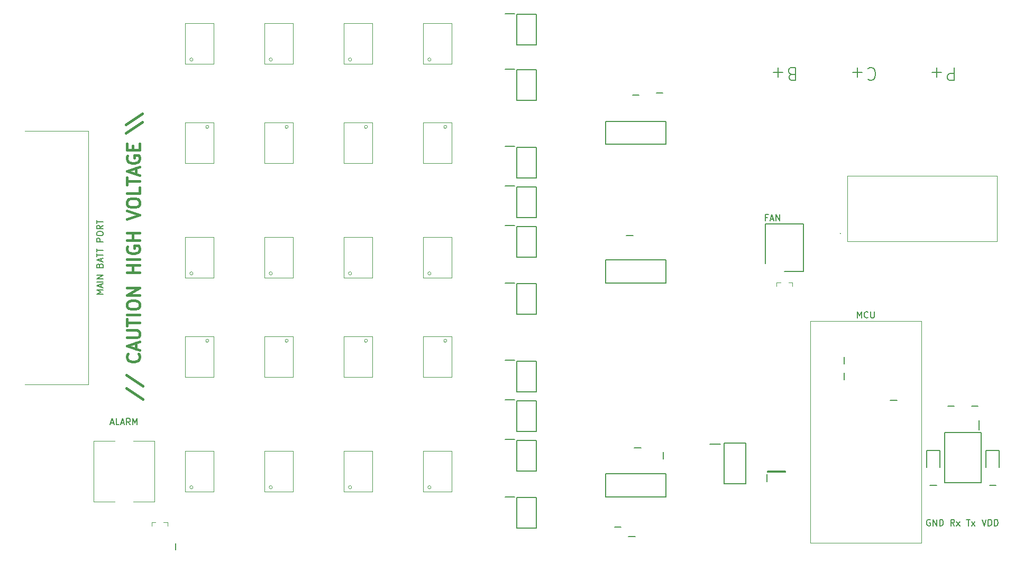
<source format=gbr>
G04 #@! TF.GenerationSoftware,KiCad,Pcbnew,(5.1.5)-3*
G04 #@! TF.CreationDate,2020-06-17T20:43:19-07:00*
G04 #@! TF.ProjectId,BMS Board,424d5320-426f-4617-9264-2e6b69636164,rev?*
G04 #@! TF.SameCoordinates,Original*
G04 #@! TF.FileFunction,Legend,Top*
G04 #@! TF.FilePolarity,Positive*
%FSLAX46Y46*%
G04 Gerber Fmt 4.6, Leading zero omitted, Abs format (unit mm)*
G04 Created by KiCad (PCBNEW (5.1.5)-3) date 2020-06-17 20:43:19*
%MOMM*%
%LPD*%
G04 APERTURE LIST*
%ADD10C,0.150000*%
%ADD11C,0.406400*%
%ADD12C,0.203200*%
%ADD13C,0.120000*%
%ADD14C,0.200000*%
%ADD15C,0.100000*%
G04 APERTURE END LIST*
D10*
X269396785Y-423045000D02*
X269301547Y-422997380D01*
X269158690Y-422997380D01*
X269015833Y-423045000D01*
X268920595Y-423140238D01*
X268872976Y-423235476D01*
X268825357Y-423425952D01*
X268825357Y-423568809D01*
X268872976Y-423759285D01*
X268920595Y-423854523D01*
X269015833Y-423949761D01*
X269158690Y-423997380D01*
X269253928Y-423997380D01*
X269396785Y-423949761D01*
X269444404Y-423902142D01*
X269444404Y-423568809D01*
X269253928Y-423568809D01*
X269872976Y-423997380D02*
X269872976Y-422997380D01*
X270444404Y-423997380D01*
X270444404Y-422997380D01*
X270920595Y-423997380D02*
X270920595Y-422997380D01*
X271158690Y-422997380D01*
X271301547Y-423045000D01*
X271396785Y-423140238D01*
X271444404Y-423235476D01*
X271492023Y-423425952D01*
X271492023Y-423568809D01*
X271444404Y-423759285D01*
X271396785Y-423854523D01*
X271301547Y-423949761D01*
X271158690Y-423997380D01*
X270920595Y-423997380D01*
X277687738Y-422997380D02*
X278021071Y-423997380D01*
X278354404Y-422997380D01*
X278687738Y-423997380D02*
X278687738Y-422997380D01*
X278925833Y-422997380D01*
X279068690Y-423045000D01*
X279163928Y-423140238D01*
X279211547Y-423235476D01*
X279259166Y-423425952D01*
X279259166Y-423568809D01*
X279211547Y-423759285D01*
X279163928Y-423854523D01*
X279068690Y-423949761D01*
X278925833Y-423997380D01*
X278687738Y-423997380D01*
X279687738Y-423997380D02*
X279687738Y-422997380D01*
X279925833Y-422997380D01*
X280068690Y-423045000D01*
X280163928Y-423140238D01*
X280211547Y-423235476D01*
X280259166Y-423425952D01*
X280259166Y-423568809D01*
X280211547Y-423759285D01*
X280163928Y-423854523D01*
X280068690Y-423949761D01*
X279925833Y-423997380D01*
X279687738Y-423997380D01*
X275217023Y-422997380D02*
X275788452Y-422997380D01*
X275502738Y-423997380D02*
X275502738Y-422997380D01*
X276026547Y-423997380D02*
X276550357Y-423330714D01*
X276026547Y-423330714D02*
X276550357Y-423997380D01*
X273272261Y-423997380D02*
X272938928Y-423521190D01*
X272700833Y-423997380D02*
X272700833Y-422997380D01*
X273081785Y-422997380D01*
X273177023Y-423045000D01*
X273224642Y-423092619D01*
X273272261Y-423187857D01*
X273272261Y-423330714D01*
X273224642Y-423425952D01*
X273177023Y-423473571D01*
X273081785Y-423521190D01*
X272700833Y-423521190D01*
X273605595Y-423997380D02*
X274129404Y-423330714D01*
X273605595Y-423330714D02*
X274129404Y-423997380D01*
X138192142Y-407519166D02*
X138668333Y-407519166D01*
X138096904Y-407804880D02*
X138430238Y-406804880D01*
X138763571Y-407804880D01*
X139573095Y-407804880D02*
X139096904Y-407804880D01*
X139096904Y-406804880D01*
X139858809Y-407519166D02*
X140335000Y-407519166D01*
X139763571Y-407804880D02*
X140096904Y-406804880D01*
X140430238Y-407804880D01*
X141335000Y-407804880D02*
X141001666Y-407328690D01*
X140763571Y-407804880D02*
X140763571Y-406804880D01*
X141144523Y-406804880D01*
X141239761Y-406852500D01*
X141287380Y-406900119D01*
X141335000Y-406995357D01*
X141335000Y-407138214D01*
X141287380Y-407233452D01*
X141239761Y-407281071D01*
X141144523Y-407328690D01*
X140763571Y-407328690D01*
X141763571Y-407804880D02*
X141763571Y-406804880D01*
X142096904Y-407519166D01*
X142430238Y-406804880D01*
X142430238Y-407804880D01*
D11*
X140712976Y-401948952D02*
X143325547Y-403690666D01*
X140712976Y-399820190D02*
X143325547Y-401561904D01*
X142648214Y-396433523D02*
X142744976Y-396530285D01*
X142841738Y-396820571D01*
X142841738Y-397014095D01*
X142744976Y-397304380D01*
X142551452Y-397497904D01*
X142357928Y-397594666D01*
X141970880Y-397691428D01*
X141680595Y-397691428D01*
X141293547Y-397594666D01*
X141100023Y-397497904D01*
X140906500Y-397304380D01*
X140809738Y-397014095D01*
X140809738Y-396820571D01*
X140906500Y-396530285D01*
X141003261Y-396433523D01*
X142261166Y-395659428D02*
X142261166Y-394691809D01*
X142841738Y-395852952D02*
X140809738Y-395175619D01*
X142841738Y-394498285D01*
X140809738Y-393820952D02*
X142454690Y-393820952D01*
X142648214Y-393724190D01*
X142744976Y-393627428D01*
X142841738Y-393433904D01*
X142841738Y-393046857D01*
X142744976Y-392853333D01*
X142648214Y-392756571D01*
X142454690Y-392659809D01*
X140809738Y-392659809D01*
X140809738Y-391982476D02*
X140809738Y-390821333D01*
X142841738Y-391401904D02*
X140809738Y-391401904D01*
X142841738Y-390144000D02*
X140809738Y-390144000D01*
X140809738Y-388789333D02*
X140809738Y-388402285D01*
X140906500Y-388208761D01*
X141100023Y-388015238D01*
X141487071Y-387918476D01*
X142164404Y-387918476D01*
X142551452Y-388015238D01*
X142744976Y-388208761D01*
X142841738Y-388402285D01*
X142841738Y-388789333D01*
X142744976Y-388982857D01*
X142551452Y-389176380D01*
X142164404Y-389273142D01*
X141487071Y-389273142D01*
X141100023Y-389176380D01*
X140906500Y-388982857D01*
X140809738Y-388789333D01*
X142841738Y-387047619D02*
X140809738Y-387047619D01*
X142841738Y-385886476D01*
X140809738Y-385886476D01*
X142841738Y-383370666D02*
X140809738Y-383370666D01*
X141777357Y-383370666D02*
X141777357Y-382209523D01*
X142841738Y-382209523D02*
X140809738Y-382209523D01*
X142841738Y-381241904D02*
X140809738Y-381241904D01*
X140906500Y-379209904D02*
X140809738Y-379403428D01*
X140809738Y-379693714D01*
X140906500Y-379984000D01*
X141100023Y-380177523D01*
X141293547Y-380274285D01*
X141680595Y-380371047D01*
X141970880Y-380371047D01*
X142357928Y-380274285D01*
X142551452Y-380177523D01*
X142744976Y-379984000D01*
X142841738Y-379693714D01*
X142841738Y-379500190D01*
X142744976Y-379209904D01*
X142648214Y-379113142D01*
X141970880Y-379113142D01*
X141970880Y-379500190D01*
X142841738Y-378242285D02*
X140809738Y-378242285D01*
X141777357Y-378242285D02*
X141777357Y-377081142D01*
X142841738Y-377081142D02*
X140809738Y-377081142D01*
X140809738Y-374855619D02*
X142841738Y-374178285D01*
X140809738Y-373500952D01*
X140809738Y-372436571D02*
X140809738Y-372049523D01*
X140906500Y-371856000D01*
X141100023Y-371662476D01*
X141487071Y-371565714D01*
X142164404Y-371565714D01*
X142551452Y-371662476D01*
X142744976Y-371856000D01*
X142841738Y-372049523D01*
X142841738Y-372436571D01*
X142744976Y-372630095D01*
X142551452Y-372823619D01*
X142164404Y-372920380D01*
X141487071Y-372920380D01*
X141100023Y-372823619D01*
X140906500Y-372630095D01*
X140809738Y-372436571D01*
X142841738Y-369727238D02*
X142841738Y-370694857D01*
X140809738Y-370694857D01*
X140809738Y-369340190D02*
X140809738Y-368179047D01*
X142841738Y-368759619D02*
X140809738Y-368759619D01*
X142261166Y-367598476D02*
X142261166Y-366630857D01*
X142841738Y-367792000D02*
X140809738Y-367114666D01*
X142841738Y-366437333D01*
X140906500Y-364695619D02*
X140809738Y-364889142D01*
X140809738Y-365179428D01*
X140906500Y-365469714D01*
X141100023Y-365663238D01*
X141293547Y-365760000D01*
X141680595Y-365856761D01*
X141970880Y-365856761D01*
X142357928Y-365760000D01*
X142551452Y-365663238D01*
X142744976Y-365469714D01*
X142841738Y-365179428D01*
X142841738Y-364985904D01*
X142744976Y-364695619D01*
X142648214Y-364598857D01*
X141970880Y-364598857D01*
X141970880Y-364985904D01*
X141777357Y-363728000D02*
X141777357Y-363050666D01*
X142841738Y-362760380D02*
X142841738Y-363728000D01*
X140809738Y-363728000D01*
X140809738Y-362760380D01*
X140616214Y-361018666D02*
X143228785Y-359276952D01*
X140616214Y-359664000D02*
X143228785Y-357922285D01*
D12*
X273252595Y-350553261D02*
X273252595Y-352585261D01*
X272478500Y-352585261D01*
X272284976Y-352488500D01*
X272188214Y-352391738D01*
X272091452Y-352198214D01*
X272091452Y-351907928D01*
X272188214Y-351714404D01*
X272284976Y-351617642D01*
X272478500Y-351520880D01*
X273252595Y-351520880D01*
X271220595Y-351327357D02*
X269672404Y-351327357D01*
X270446500Y-350553261D02*
X270446500Y-352101452D01*
X259391452Y-350746785D02*
X259488214Y-350650023D01*
X259778500Y-350553261D01*
X259972023Y-350553261D01*
X260262309Y-350650023D01*
X260455833Y-350843547D01*
X260552595Y-351037071D01*
X260649357Y-351424119D01*
X260649357Y-351714404D01*
X260552595Y-352101452D01*
X260455833Y-352294976D01*
X260262309Y-352488500D01*
X259972023Y-352585261D01*
X259778500Y-352585261D01*
X259488214Y-352488500D01*
X259391452Y-352391738D01*
X258520595Y-351327357D02*
X256972404Y-351327357D01*
X257746500Y-350553261D02*
X257746500Y-352101452D01*
X247175261Y-351617642D02*
X246884976Y-351520880D01*
X246788214Y-351424119D01*
X246691452Y-351230595D01*
X246691452Y-350940309D01*
X246788214Y-350746785D01*
X246884976Y-350650023D01*
X247078500Y-350553261D01*
X247852595Y-350553261D01*
X247852595Y-352585261D01*
X247175261Y-352585261D01*
X246981738Y-352488500D01*
X246884976Y-352391738D01*
X246788214Y-352198214D01*
X246788214Y-352004690D01*
X246884976Y-351811166D01*
X246981738Y-351714404D01*
X247175261Y-351617642D01*
X247852595Y-351617642D01*
X245820595Y-351327357D02*
X244272404Y-351327357D01*
X245046500Y-350553261D02*
X245046500Y-352101452D01*
D10*
X257722857Y-390659880D02*
X257722857Y-389659880D01*
X258056190Y-390374166D01*
X258389523Y-389659880D01*
X258389523Y-390659880D01*
X259437142Y-390564642D02*
X259389523Y-390612261D01*
X259246666Y-390659880D01*
X259151428Y-390659880D01*
X259008571Y-390612261D01*
X258913333Y-390517023D01*
X258865714Y-390421785D01*
X258818095Y-390231309D01*
X258818095Y-390088452D01*
X258865714Y-389897976D01*
X258913333Y-389802738D01*
X259008571Y-389707500D01*
X259151428Y-389659880D01*
X259246666Y-389659880D01*
X259389523Y-389707500D01*
X259437142Y-389755119D01*
X259865714Y-389659880D02*
X259865714Y-390469404D01*
X259913333Y-390564642D01*
X259960952Y-390612261D01*
X260056190Y-390659880D01*
X260246666Y-390659880D01*
X260341904Y-390612261D01*
X260389523Y-390564642D01*
X260437142Y-390469404D01*
X260437142Y-389659880D01*
X243347976Y-374578571D02*
X243014642Y-374578571D01*
X243014642Y-375102380D02*
X243014642Y-374102380D01*
X243490833Y-374102380D01*
X243824166Y-374816666D02*
X244300357Y-374816666D01*
X243728928Y-375102380D02*
X244062261Y-374102380D01*
X244395595Y-375102380D01*
X244728928Y-375102380D02*
X244728928Y-374102380D01*
X245300357Y-375102380D01*
X245300357Y-374102380D01*
X136977380Y-386880952D02*
X135977380Y-386880952D01*
X136691666Y-386547619D01*
X135977380Y-386214285D01*
X136977380Y-386214285D01*
X136691666Y-385785714D02*
X136691666Y-385309523D01*
X136977380Y-385880952D02*
X135977380Y-385547619D01*
X136977380Y-385214285D01*
X136977380Y-384880952D02*
X135977380Y-384880952D01*
X136977380Y-384404761D02*
X135977380Y-384404761D01*
X136977380Y-383833333D01*
X135977380Y-383833333D01*
X136453571Y-382261904D02*
X136501190Y-382119047D01*
X136548809Y-382071428D01*
X136644047Y-382023809D01*
X136786904Y-382023809D01*
X136882142Y-382071428D01*
X136929761Y-382119047D01*
X136977380Y-382214285D01*
X136977380Y-382595238D01*
X135977380Y-382595238D01*
X135977380Y-382261904D01*
X136025000Y-382166666D01*
X136072619Y-382119047D01*
X136167857Y-382071428D01*
X136263095Y-382071428D01*
X136358333Y-382119047D01*
X136405952Y-382166666D01*
X136453571Y-382261904D01*
X136453571Y-382595238D01*
X136691666Y-381642857D02*
X136691666Y-381166666D01*
X136977380Y-381738095D02*
X135977380Y-381404761D01*
X136977380Y-381071428D01*
X135977380Y-380880952D02*
X135977380Y-380309523D01*
X136977380Y-380595238D02*
X135977380Y-380595238D01*
X135977380Y-380119047D02*
X135977380Y-379547619D01*
X136977380Y-379833333D02*
X135977380Y-379833333D01*
X136977380Y-378452380D02*
X135977380Y-378452380D01*
X135977380Y-378071428D01*
X136025000Y-377976190D01*
X136072619Y-377928571D01*
X136167857Y-377880952D01*
X136310714Y-377880952D01*
X136405952Y-377928571D01*
X136453571Y-377976190D01*
X136501190Y-378071428D01*
X136501190Y-378452380D01*
X135977380Y-377261904D02*
X135977380Y-377071428D01*
X136025000Y-376976190D01*
X136120238Y-376880952D01*
X136310714Y-376833333D01*
X136644047Y-376833333D01*
X136834523Y-376880952D01*
X136929761Y-376976190D01*
X136977380Y-377071428D01*
X136977380Y-377261904D01*
X136929761Y-377357142D01*
X136834523Y-377452380D01*
X136644047Y-377500000D01*
X136310714Y-377500000D01*
X136120238Y-377452380D01*
X136025000Y-377357142D01*
X135977380Y-377261904D01*
X136977380Y-375833333D02*
X136501190Y-376166666D01*
X136977380Y-376404761D02*
X135977380Y-376404761D01*
X135977380Y-376023809D01*
X136025000Y-375928571D01*
X136072619Y-375880952D01*
X136167857Y-375833333D01*
X136310714Y-375833333D01*
X136405952Y-375880952D01*
X136453571Y-375928571D01*
X136501190Y-376023809D01*
X136501190Y-376404761D01*
X135977380Y-375547619D02*
X135977380Y-374976190D01*
X136977380Y-375261904D02*
X135977380Y-375261904D01*
D13*
X250190000Y-391160000D02*
X267970000Y-391160000D01*
X250190000Y-426720000D02*
X250190000Y-391160000D01*
X267970000Y-426720000D02*
X250190000Y-426720000D01*
X267970000Y-391160000D02*
X267970000Y-426720000D01*
D14*
X217400000Y-415662500D02*
X227100000Y-415662500D01*
X217400000Y-419362500D02*
X217400000Y-415662500D01*
X227100000Y-419362500D02*
X217400000Y-419362500D01*
X227100000Y-415662500D02*
X227100000Y-419362500D01*
X217400000Y-381372500D02*
X227100000Y-381372500D01*
X217400000Y-385072500D02*
X217400000Y-381372500D01*
X227100000Y-385072500D02*
X217400000Y-385072500D01*
X227100000Y-381372500D02*
X227100000Y-385072500D01*
X217400000Y-359147500D02*
X227100000Y-359147500D01*
X217400000Y-362847500D02*
X217400000Y-359147500D01*
X227100000Y-362847500D02*
X217400000Y-362847500D01*
X227100000Y-359147500D02*
X227100000Y-362847500D01*
X243292500Y-416965000D02*
X243292500Y-415715000D01*
X246252500Y-415365000D02*
X243332500Y-415365000D01*
X246252500Y-415215000D02*
X246252500Y-415365000D01*
X243332500Y-415215000D02*
X246252500Y-415215000D01*
X243332500Y-415365000D02*
X243332500Y-415215000D01*
X201312500Y-410170000D02*
X202837500Y-410170000D01*
X203187500Y-415200000D02*
X203187500Y-410300000D01*
X206387500Y-415200000D02*
X203187500Y-415200000D01*
X206387500Y-410300000D02*
X206387500Y-415200000D01*
X203187500Y-410300000D02*
X206387500Y-410300000D01*
X201312500Y-419377500D02*
X202837500Y-419377500D01*
X203187500Y-424407500D02*
X203187500Y-419507500D01*
X206387500Y-424407500D02*
X203187500Y-424407500D01*
X206387500Y-419507500D02*
X206387500Y-424407500D01*
X203187500Y-419507500D02*
X206387500Y-419507500D01*
X201312500Y-403820000D02*
X202837500Y-403820000D01*
X203187500Y-408850000D02*
X203187500Y-403950000D01*
X206387500Y-408850000D02*
X203187500Y-408850000D01*
X206387500Y-403950000D02*
X206387500Y-408850000D01*
X203187500Y-403950000D02*
X206387500Y-403950000D01*
X201312500Y-397470000D02*
X202837500Y-397470000D01*
X203187500Y-402500000D02*
X203187500Y-397600000D01*
X206387500Y-402500000D02*
X203187500Y-402500000D01*
X206387500Y-397600000D02*
X206387500Y-402500000D01*
X203187500Y-397600000D02*
X206387500Y-397600000D01*
X201312500Y-375880000D02*
X202837500Y-375880000D01*
X203187500Y-380910000D02*
X203187500Y-376010000D01*
X206387500Y-380910000D02*
X203187500Y-380910000D01*
X206387500Y-376010000D02*
X206387500Y-380910000D01*
X203187500Y-376010000D02*
X206387500Y-376010000D01*
X201312500Y-385087500D02*
X202837500Y-385087500D01*
X203187500Y-390117500D02*
X203187500Y-385217500D01*
X206387500Y-390117500D02*
X203187500Y-390117500D01*
X206387500Y-385217500D02*
X206387500Y-390117500D01*
X203187500Y-385217500D02*
X206387500Y-385217500D01*
X201312500Y-369530000D02*
X202837500Y-369530000D01*
X203187500Y-374560000D02*
X203187500Y-369660000D01*
X206387500Y-374560000D02*
X203187500Y-374560000D01*
X206387500Y-369660000D02*
X206387500Y-374560000D01*
X203187500Y-369660000D02*
X206387500Y-369660000D01*
X201312500Y-363180000D02*
X202837500Y-363180000D01*
X203187500Y-368210000D02*
X203187500Y-363310000D01*
X206387500Y-368210000D02*
X203187500Y-368210000D01*
X206387500Y-363310000D02*
X206387500Y-368210000D01*
X203187500Y-363310000D02*
X206387500Y-363310000D01*
X201312500Y-341907500D02*
X202837500Y-341907500D01*
X203187500Y-346937500D02*
X203187500Y-342037500D01*
X206387500Y-346937500D02*
X203187500Y-346937500D01*
X206387500Y-342037500D02*
X206387500Y-346937500D01*
X203187500Y-342037500D02*
X206387500Y-342037500D01*
X201312500Y-350797500D02*
X202837500Y-350797500D01*
X203187500Y-355827500D02*
X203187500Y-350927500D01*
X206387500Y-355827500D02*
X203187500Y-355827500D01*
X206387500Y-350927500D02*
X206387500Y-355827500D01*
X203187500Y-350927500D02*
X206387500Y-350927500D01*
X264050000Y-403860000D02*
X263000000Y-403860000D01*
X148590000Y-426830000D02*
X148590000Y-427880000D01*
X255587500Y-399525000D02*
X255587500Y-400575000D01*
X255587500Y-396985000D02*
X255587500Y-398035000D01*
X270400000Y-417512500D02*
X269350000Y-417512500D01*
X279925000Y-417512500D02*
X278875000Y-417512500D01*
X273257500Y-404812500D02*
X272207500Y-404812500D01*
X277067500Y-404812500D02*
X276017500Y-404812500D01*
X219917500Y-424180000D02*
X218867500Y-424180000D01*
X222140000Y-425767500D02*
X221090000Y-425767500D01*
X222042500Y-411480000D02*
X223092500Y-411480000D01*
X226695000Y-412225000D02*
X226695000Y-413275000D01*
X220772500Y-377507500D02*
X221822500Y-377507500D01*
X221725000Y-354965000D02*
X222775000Y-354965000D01*
X225535000Y-354647500D02*
X226585000Y-354647500D01*
X234100000Y-410895000D02*
X235850000Y-410895000D01*
X236375000Y-417270000D02*
X236375000Y-410770000D01*
X239875000Y-417270000D02*
X236375000Y-417270000D01*
X239875000Y-410770000D02*
X239875000Y-417270000D01*
X236375000Y-410770000D02*
X239875000Y-410770000D01*
X277217500Y-407067500D02*
X277217500Y-408667500D01*
X271712500Y-409017500D02*
X277562500Y-409017500D01*
X271712500Y-417117500D02*
X271712500Y-409017500D01*
X277562500Y-417117500D02*
X271712500Y-417117500D01*
X277562500Y-409017500D02*
X277562500Y-417117500D01*
D15*
X135485000Y-420140000D02*
X138835000Y-420140000D01*
X135485000Y-410440000D02*
X135485000Y-420140000D01*
X138835000Y-410440000D02*
X135485000Y-410440000D01*
X145185000Y-420140000D02*
X141835000Y-420140000D01*
X145185000Y-410440000D02*
X145185000Y-420140000D01*
X141835000Y-410440000D02*
X145185000Y-410440000D01*
D14*
X268825000Y-411927500D02*
X268825000Y-414652500D01*
X270925000Y-411927500D02*
X268825000Y-411927500D01*
X270925000Y-414652500D02*
X270925000Y-411927500D01*
X278350000Y-411927500D02*
X278350000Y-414652500D01*
X280450000Y-411927500D02*
X278350000Y-411927500D01*
X280450000Y-414652500D02*
X280450000Y-411927500D01*
D15*
X254927500Y-377122500D02*
G75*
G02X255027500Y-377122500I50000J0D01*
G01*
X255027500Y-377122500D02*
G75*
G02X254927500Y-377122500I-50000J0D01*
G01*
X255027500Y-377122500D02*
X255027500Y-377122500D01*
X254927500Y-377122500D02*
X254927500Y-377122500D01*
X256127500Y-367872500D02*
X256127500Y-378372500D01*
X280127500Y-367872500D02*
X256127500Y-367872500D01*
X280127500Y-378372500D02*
X280127500Y-367872500D01*
X256127500Y-378372500D02*
X280127500Y-378372500D01*
D14*
X243014500Y-375602500D02*
X243014500Y-381952500D01*
X249110500Y-375602500D02*
X243014500Y-375602500D01*
X249110500Y-383222500D02*
X249110500Y-375602500D01*
X246062500Y-383222500D02*
X249110500Y-383222500D01*
D13*
X247332500Y-385000500D02*
X247332500Y-385635500D01*
X246697500Y-385000500D02*
X247332500Y-385000500D01*
X244792500Y-385000500D02*
X244792500Y-385635500D01*
X245427500Y-385000500D02*
X244792500Y-385000500D01*
X134620000Y-401320000D02*
X124460000Y-401320000D01*
X134620000Y-360680000D02*
X134620000Y-401320000D01*
X124460000Y-360680000D02*
X134620000Y-360680000D01*
X147320000Y-423418000D02*
X147320000Y-424053000D01*
X146685000Y-423418000D02*
X147320000Y-423418000D01*
X144780000Y-423418000D02*
X144780000Y-424053000D01*
X145415000Y-423418000D02*
X144780000Y-423418000D01*
X189480000Y-417830000D02*
G75*
G03X189480000Y-417830000I-250000J0D01*
G01*
X188210000Y-412040000D02*
X192790000Y-412040000D01*
X188210000Y-418540000D02*
X192790000Y-418540000D01*
X192790000Y-418540000D02*
X192790000Y-412040000D01*
X188210000Y-418540000D02*
X188210000Y-412040000D01*
X176780000Y-417830000D02*
G75*
G03X176780000Y-417830000I-250000J0D01*
G01*
X175510000Y-412040000D02*
X180090000Y-412040000D01*
X175510000Y-418540000D02*
X180090000Y-418540000D01*
X180090000Y-418540000D02*
X180090000Y-412040000D01*
X175510000Y-418540000D02*
X175510000Y-412040000D01*
X164080000Y-417830000D02*
G75*
G03X164080000Y-417830000I-250000J0D01*
G01*
X162810000Y-412040000D02*
X167390000Y-412040000D01*
X162810000Y-418540000D02*
X167390000Y-418540000D01*
X167390000Y-418540000D02*
X167390000Y-412040000D01*
X162810000Y-418540000D02*
X162810000Y-412040000D01*
X151380000Y-417830000D02*
G75*
G03X151380000Y-417830000I-250000J0D01*
G01*
X150110000Y-412040000D02*
X154690000Y-412040000D01*
X150110000Y-418540000D02*
X154690000Y-418540000D01*
X154690000Y-418540000D02*
X154690000Y-412040000D01*
X150110000Y-418540000D02*
X150110000Y-412040000D01*
X153920000Y-394335000D02*
G75*
G03X153920000Y-394335000I-250000J0D01*
G01*
X154690000Y-400125000D02*
X150110000Y-400125000D01*
X154690000Y-393625000D02*
X150110000Y-393625000D01*
X150110000Y-393625000D02*
X150110000Y-400125000D01*
X154690000Y-393625000D02*
X154690000Y-400125000D01*
X166620000Y-394335000D02*
G75*
G03X166620000Y-394335000I-250000J0D01*
G01*
X167390000Y-400125000D02*
X162810000Y-400125000D01*
X167390000Y-393625000D02*
X162810000Y-393625000D01*
X162810000Y-393625000D02*
X162810000Y-400125000D01*
X167390000Y-393625000D02*
X167390000Y-400125000D01*
X179320000Y-394335000D02*
G75*
G03X179320000Y-394335000I-250000J0D01*
G01*
X180090000Y-400125000D02*
X175510000Y-400125000D01*
X180090000Y-393625000D02*
X175510000Y-393625000D01*
X175510000Y-393625000D02*
X175510000Y-400125000D01*
X180090000Y-393625000D02*
X180090000Y-400125000D01*
X192020000Y-394335000D02*
G75*
G03X192020000Y-394335000I-250000J0D01*
G01*
X192790000Y-400125000D02*
X188210000Y-400125000D01*
X192790000Y-393625000D02*
X188210000Y-393625000D01*
X188210000Y-393625000D02*
X188210000Y-400125000D01*
X192790000Y-393625000D02*
X192790000Y-400125000D01*
X189480000Y-383540000D02*
G75*
G03X189480000Y-383540000I-250000J0D01*
G01*
X188210000Y-377750000D02*
X192790000Y-377750000D01*
X188210000Y-384250000D02*
X192790000Y-384250000D01*
X192790000Y-384250000D02*
X192790000Y-377750000D01*
X188210000Y-384250000D02*
X188210000Y-377750000D01*
X176780000Y-383540000D02*
G75*
G03X176780000Y-383540000I-250000J0D01*
G01*
X175510000Y-377750000D02*
X180090000Y-377750000D01*
X175510000Y-384250000D02*
X180090000Y-384250000D01*
X180090000Y-384250000D02*
X180090000Y-377750000D01*
X175510000Y-384250000D02*
X175510000Y-377750000D01*
X164080000Y-383540000D02*
G75*
G03X164080000Y-383540000I-250000J0D01*
G01*
X162810000Y-377750000D02*
X167390000Y-377750000D01*
X162810000Y-384250000D02*
X167390000Y-384250000D01*
X167390000Y-384250000D02*
X167390000Y-377750000D01*
X162810000Y-384250000D02*
X162810000Y-377750000D01*
X151380000Y-383540000D02*
G75*
G03X151380000Y-383540000I-250000J0D01*
G01*
X150110000Y-377750000D02*
X154690000Y-377750000D01*
X150110000Y-384250000D02*
X154690000Y-384250000D01*
X154690000Y-384250000D02*
X154690000Y-377750000D01*
X150110000Y-384250000D02*
X150110000Y-377750000D01*
X153920000Y-360045000D02*
G75*
G03X153920000Y-360045000I-250000J0D01*
G01*
X154690000Y-365835000D02*
X150110000Y-365835000D01*
X154690000Y-359335000D02*
X150110000Y-359335000D01*
X150110000Y-359335000D02*
X150110000Y-365835000D01*
X154690000Y-359335000D02*
X154690000Y-365835000D01*
X166620000Y-360045000D02*
G75*
G03X166620000Y-360045000I-250000J0D01*
G01*
X167390000Y-365835000D02*
X162810000Y-365835000D01*
X167390000Y-359335000D02*
X162810000Y-359335000D01*
X162810000Y-359335000D02*
X162810000Y-365835000D01*
X167390000Y-359335000D02*
X167390000Y-365835000D01*
X179320000Y-360045000D02*
G75*
G03X179320000Y-360045000I-250000J0D01*
G01*
X180090000Y-365835000D02*
X175510000Y-365835000D01*
X180090000Y-359335000D02*
X175510000Y-359335000D01*
X175510000Y-359335000D02*
X175510000Y-365835000D01*
X180090000Y-359335000D02*
X180090000Y-365835000D01*
X192020000Y-360045000D02*
G75*
G03X192020000Y-360045000I-250000J0D01*
G01*
X192790000Y-365835000D02*
X188210000Y-365835000D01*
X192790000Y-359335000D02*
X188210000Y-359335000D01*
X188210000Y-359335000D02*
X188210000Y-365835000D01*
X192790000Y-359335000D02*
X192790000Y-365835000D01*
X189480000Y-349250000D02*
G75*
G03X189480000Y-349250000I-250000J0D01*
G01*
X188210000Y-343460000D02*
X192790000Y-343460000D01*
X188210000Y-349960000D02*
X192790000Y-349960000D01*
X192790000Y-349960000D02*
X192790000Y-343460000D01*
X188210000Y-349960000D02*
X188210000Y-343460000D01*
X176780000Y-349250000D02*
G75*
G03X176780000Y-349250000I-250000J0D01*
G01*
X175510000Y-343460000D02*
X180090000Y-343460000D01*
X175510000Y-349960000D02*
X180090000Y-349960000D01*
X180090000Y-349960000D02*
X180090000Y-343460000D01*
X175510000Y-349960000D02*
X175510000Y-343460000D01*
X164080000Y-349250000D02*
G75*
G03X164080000Y-349250000I-250000J0D01*
G01*
X162810000Y-343460000D02*
X167390000Y-343460000D01*
X162810000Y-349960000D02*
X167390000Y-349960000D01*
X167390000Y-349960000D02*
X167390000Y-343460000D01*
X162810000Y-349960000D02*
X162810000Y-343460000D01*
X151380000Y-349250000D02*
G75*
G03X151380000Y-349250000I-250000J0D01*
G01*
X150110000Y-343460000D02*
X154690000Y-343460000D01*
X150110000Y-349960000D02*
X154690000Y-349960000D01*
X154690000Y-349960000D02*
X154690000Y-343460000D01*
X150110000Y-349960000D02*
X150110000Y-343460000D01*
M02*

</source>
